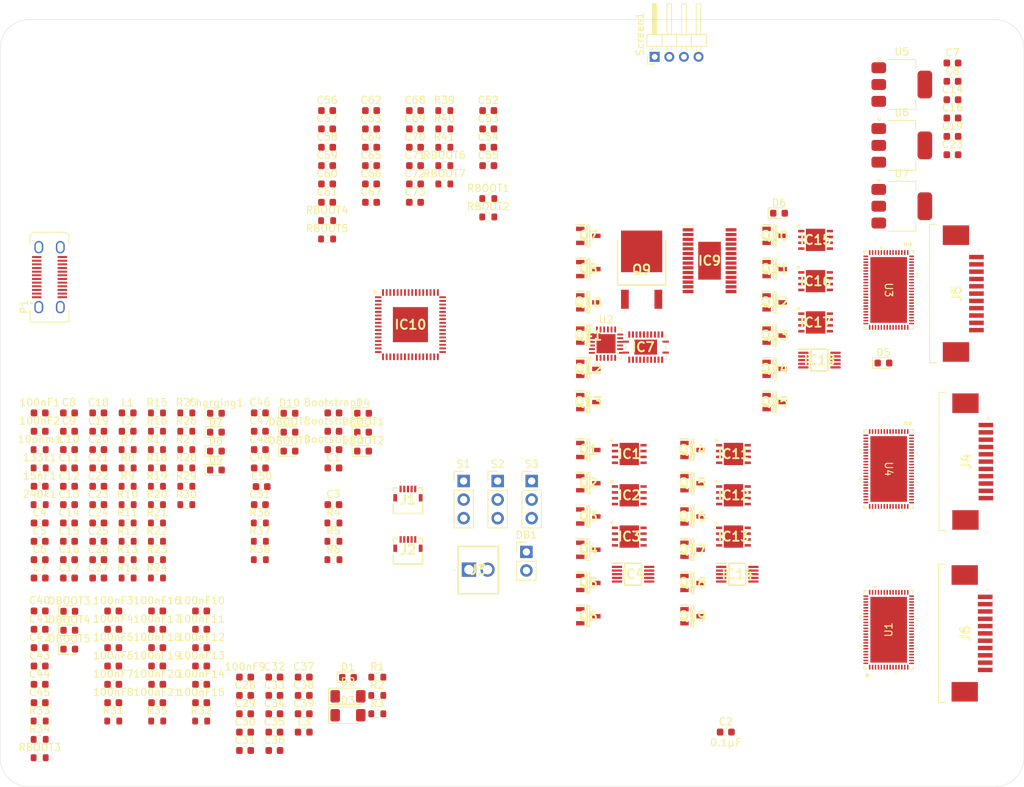
<source format=kicad_pcb>
(kicad_pcb (version 20240108) (generator "pcbnew") (generator_version "8.0")
  (layers (0 "F.Cu" signal) (31 "B.Cu" signal) (34 "B.Paste" user) (35 "F.Paste" user) (36 "B.SilkS" user "B.Silkscreen") (37 "F.SilkS" user "F.Silkscreen") (38 "B.Mask" user) (39 "F.Mask" user) (44 "Edge.Cuts" user))
  (net 0 "")
  (net 32 "Net-(U5-VI)")
  (net 33 "Net-(U7-VI)")
  (net 38 "Net-(U6-VI)")
  (net 39 "GND")
  (net 40 "+3.3V")
  (net 41 "Net-(D1-K)")
  (net 42 "/voltageregulators/BATTIN")
  (net 43 "/driverIC/PWM_VX2_H")
  (net 44 "SPI_SCK")
  (net 45 "+2V5")
  (net 46 "/driverIC/GPIO3")
  (net 47 "/driverIC/HALL_V")
  (net 48 "/driverIC/ENI")
  (net 49 "/driverIC/PWM_W1_H")
  (net 50 "/driverIC/GPIO4")
  (net 51 "/driverIC/PWM_VX2_L")
  (net 52 "/driverIC/PWM_W1_L")
  (net 53 "/driverIC/PWM_UX1_H")
  (net 54 "SPI_MISO")
  (net 55 "/driverIC/GPIO7")
  (net 56 "/driverIC/ADC_I1_POS")
  (net 57 "SPI_MOSI")
  (net 58 "/driverIC/HALL_WY")
  (net 59 "/driverIC/CLK")
  (net 60 "/driverIC/STATUS")
  (net 61 "/driverIC/HALL_UX")
  (net 62 "/driverIC/GPIO6")
  (net 63 "/driverIC/GPIO5")
  (net 64 "/driverIC/TMC_CS")
  (net 65 "/driverIC/ADC_I0_POS")
  (net 66 "+5VA")
  (net 67 "/driverIC/PWM_UX1_L")
  (net 70 "/IO/BAT_12V")
  (net 71 "Net-(IC10-PA30)")
  (net 73 "/IO/D+")
  (net 83 "Net-(IC10-PA31)")
  (net 94 "/driverIC1/STATUS")
  (net 107 "/driverIC1/HALL_UX")
  (net 109 "/driverIC1/GPIO3")
  (net 110 "/driverIC1/PWM_VX2_L")
  (net 113 "/driverIC1/PWM_VX2_H")
  (net 114 "/driverIC1/GPIO7")
  (net 117 "/driverIC1/TMC_CS")
  (net 119 "/driverIC1/PWM_W1_H")
  (net 120 "/driverIC1/ADC_I1_POS")
  (net 122 "/driverIC1/PWM_UX1_L")
  (net 124 "/driverIC1/HALL_V")
  (net 127 "/driverIC1/GPIO6")
  (net 128 "/driverIC1/GPIO5")
  (net 134 "/driverIC1/ADC_I0_POS")
  (net 135 "/IO/D-")
  (net 136 "/driverIC1/HALL_WY")
  (net 138 "/driverIC1/PWM_W1_L")
  (net 139 "/IO/OLED_SCL")
  (net 142 "/driverIC1/GPIO4")
  (net 144 "/driverIC1/PWM_UX1_H")
  (net 149 "/driverIC2/HALL_V")
  (net 150 "/driverIC2/PWM_W1_L")
  (net 152 "/driverIC2/GPIO7")
  (net 156 "/driverIC2/GPIO5")
  (net 157 "/driverIC2/STATUS")
  (net 158 "/driverIC2/TMC_CS")
  (net 163 "/IO/OLED_SDA")
  (net 164 "/driverIC2/PWM_UX1_L")
  (net 165 "/driverIC2/PWM_VX2_H")
  (net 170 "/driverIC2/HALL_UX")
  (net 171 "/driverIC2/PWM_VX2_L")
  (net 174 "/driverIC2/PWM_UX1_H")
  (net 176 "/driverIC2/GPIO4")
  (net 177 "/driverIC2/HALL_WY")
  (net 180 "/driverIC/tmc_tx")
  (net 181 "/driverIC2/GPIO3")
  (net 191 "/driverIC2/ADC_I1_POS")
  (net 194 "/driverIC2/ADC_I0_POS")
  (net 198 "/driverIC2/PWM_W1_H")
  (net 199 "/driverIC2/GPIO6")
  (net 200 "Net-(D7-K)")
  (net 201 "Net-(IC9-VIN)")
  (net 202 "Net-(IC9-SS)")
  (net 203 "+2.5VA")
  (net 204 "Net-(IC9-EN{slash}UVLO)")
  (net 205 "Net-(D7-A)")
  (net 206 "Net-(IC1-HS)")
  (net 207 "Net-(D4-K)")
  (net 208 "Net-(IC2-HS)")
  (net 209 "Net-(DBOOT1-K)")
  (net 210 "Net-(DBOOT2-K)")
  (net 211 "Net-(IC3-HS)")
  (net 212 "+12V")
  (net 213 "Net-(C4-Pad1)")
  (net 214 "Net-(IC7-AVCC)")
  (net 215 "Net-(IC7-ACDRV)")
  (net 216 "Net-(IC7-TTC)")
  (net 217 "Net-(IC7-ACP)")
  (net 218 "/voltageregulators/IC4_vref")
  (net 219 "Net-(IC7-BTST)")
  (net 220 "Net-(IC7-SW_1)")
  (net 221 "Net-(IC7-REGN)")
  (net 222 "Net-(IC7-SRP)")
  (net 223 "Net-(IC8-GND)")
  (net 224 "Net-(C24-Pad2)")
  (net 225 "Net-(IC9-COMP)")
  (net 226 "Net-(IC9-SLOPE)")
  (net 227 "Net-(D6-K)")
  (net 228 "/voltageregulators/SW1")
  (net 229 "/voltageregulators/SW2")
  (net 230 "Net-(C47-Pad1)")
  (net 231 "Net-(IC10-VDDCORE)")
  (net 232 "Net-(D1-A)")
  (net 233 "Net-(IC11-HS)")
  (net 234 "Net-(DBOOT3-K)")
  (net 235 "Net-(DBOOT4-K)")
  (net 236 "Net-(IC12-HS)")
  (net 237 "Net-(DBOOT5-K)")
  (net 238 "Net-(IC13-HS)")
  (net 239 "Net-(IC15-HS)")
  (net 240 "Net-(D10-K)")
  (net 241 "Net-(DBOOT6-K)")
  (net 242 "Net-(IC16-HS)")
  (net 243 "Net-(DBOOT7-K)")
  (net 244 "Net-(IC17-HS)")
  (net 245 "Net-(Charging1-K)")
  (net 246 "Net-(Charging1-A)")
  (net 247 "Net-(D2-K)")
  (net 248 "Net-(D4-A)")
  (net 249 "Net-(D6-A)")
  (net 250 "Net-(D10-A)")
  (net 251 "Net-(DBOOT1-A)")
  (net 252 "Net-(DBOOT2-A)")
  (net 253 "Net-(DBOOT3-A)")
  (net 254 "Net-(DBOOT4-A)")
  (net 255 "Net-(DBOOT5-A)")
  (net 256 "Net-(DBOOT6-A)")
  (net 257 "Net-(DBOOT7-A)")
  (net 258 "Net-(IC10-VSW)")
  (net 259 "+5V")
  (net 262 "Net-(Q1-S)")
  (net 263 "Net-(IC4-IN+1)")
  (net 264 "Net-(IC4-IN+2)")
  (net 265 "Net-(Q3-S)")
  (net 266 "Net-(IC7-OVPSET)")
  (net 267 "Net-(Q7-G)")
  (net 268 "Net-(IC7-TS)")
  (net 269 "Net-(IC7-CMSRC)")
  (net 270 "Net-(IC7-ISET)")
  (net 271 "Net-(IC7-ACSET)")
  (net 272 "Net-(Q9-G)")
  (net 273 "Net-(IC7-~{BATDRV})")
  (net 274 "Net-(IC9-MODE)")
  (net 275 "Net-(IC9-RT)")
  (net 276 "Net-(IC9-FB)")
  (net 277 "Net-(IC9-VISNS)")
  (net 278 "Net-(IC9-PGOOD)")
  (net 279 "Net-(IC9-CSG)")
  (net 280 "Net-(Q14-S)")
  (net 281 "Net-(IC14-IN+1)")
  (net 282 "Net-(Q16-S)")
  (net 283 "Net-(IC14-IN+2)")
  (net 284 "Net-(IC18-IN+1)")
  (net 285 "Net-(Q20-S)")
  (net 286 "Net-(IC18-IN+2)")
  (net 287 "Net-(Q22-S)")
  (net 288 "/microcontrollers/ERROR_LED")
  (net 289 "/microcontrollers/PROCESS_LED")
  (net 290 "/driverIC/tmc_rx")
  (net 291 "/driverIC1/tmc_tx")
  (net 292 "/driverIC1/tmc_rx")
  (net 293 "/driverIC2/tmc_tx")
  (net 294 "/driverIC2/tmc_rx")
  (net 295 "/IO/RX")
  (net 296 "/IO/TX")
  (net 297 "Net-(IC1-HO)")
  (net 299 "Net-(IC1-LO)")
  (net 300 "Net-(IC2-LO)")
  (net 302 "Net-(IC2-HO)")
  (net 303 "Net-(IC3-LO)")
  (net 305 "Net-(IC3-HO)")
  (net 306 "Net-(IC4-IN-1)")
  (net 307 "Net-(IC4-IN-2)")
  (net 309 "/voltageregulators/HDRV1")
  (net 310 "/voltageregulators/LDRV2")
  (net 311 "Net-(IC9-CS)")
  (net 313 "/voltageregulators/LDRV1")
  (net 314 "/voltageregulators/HDRV2")
  (net 316 "/IO/SCL IMU2")
  (net 319 "/microcontrollers/ERR_LED")
  (net 320 "/IO/SDA IMU2")
  (net 322 "/IO/SERVO_1_SIGNAL")
  (net 324 "/IO/SDA IMU1")
  (net 326 "/IO/INT1 IMU1")
  (net 327 "/IO/SERVO_2_SIGNAL")
  (net 329 "/IO/INT1 IMU2")
  (net 340 "/IO/SCL IMU1")
  (net 342 "/microcontrollers/RESETN")
  (net 345 "/IO/SERVO_3_SIGNAL")
  (net 347 "Net-(IC11-LO)")
  (net 348 "Net-(IC11-HO)")
  (net 351 "Net-(IC12-LO)")
  (net 352 "Net-(IC12-HO)")
  (net 353 "Net-(IC13-HO)")
  (net 354 "Net-(IC13-LO)")
  (net 356 "Net-(IC14-IN-2)")
  (net 357 "Net-(IC14-IN-1)")
  (net 359 "Net-(IC15-HO)")
  (net 360 "Net-(IC15-LO)")
  (net 361 "Net-(IC16-LO)")
  (net 363 "Net-(IC16-HO)")
  (net 364 "Net-(IC17-LO)")
  (net 365 "Net-(IC17-HO)")
  (net 367 "Net-(IC18-IN-1)")
  (net 368 "Net-(IC18-IN-2)")
  (net 374 "/drivergates2/PHASE_V")
  (net 376 "/drivergates2/PHASE_W")
  (net 377 "/drivergates2/PHASE_U")
  (net 378 "/drivergates1/PHASE_W")
  (net 379 "/drivergates1/PHASE_V")
  (net 380 "/drivergates1/PHASE_U")
  (net 383 "/drivergates/PHASE_U")
  (net 384 "/drivergates/PHASE_V")
  (net 385 "/drivergates/PHASE_W")
  (net 388 "Net-(Q11-S)")
  (footprint "Capacitor_SMD:C_0603_1608Metric" (layer "F.Cu") (at 100.487501 127.44)
    (property "Reference" "100nF4")
    (property "Value" "C")
  )
  (footprint "Connector_USB:USB_C_Receptacle_JAE_DX07S024WJ3R400" (layer "F.Cu") (at 91.777501 79.25 90)
    (property "Reference" "P1")
    (property "Value" "USB_C_Plug_USB2.0")
  )
  (footprint "Package_TO_SOT_SMD:SOT-223-3_TabPin2" (layer "F.Cu") (at 208.322501 52.895)
    (property "Reference" "U5")
    (property "Value" "LD1117S25TR_SOT223")
  )
  (footprint "Resistor_SMD:R_0603_1608Metric" (layer "F.Cu") (at 102.457501 120.42)
    (property "Reference" "R14")
    (property "Value" "232kΩ")
  )
  (footprint "Package_DFN_QFN:QFN-24-1EP_4x4mm_P0.5mm_EP2.6x2.6mm" (layer "F.Cu") (at 167.877501 88.35)
    (property "Reference" "U2")
    (property "Value" "ATSAMD11D14A-M")
  )
  (footprint "Package_TO_SOT_SMD:SOT-223-3_TabPin2" (layer "F.Cu") (at 208.322501 69.545)
    (property "Reference" "U7")
    (property "Value" "LD1117S33TR_SOT223")
  )
  (footprint "Capacitor_SMD:C_0603_1608Metric" (layer "F.Cu") (at 129.732501 63.99)
    (property "Reference" "C59")
    (property "Value" "0.1µF")
  )
  (footprint "Capacitor_SMD:C_0603_1608Metric" (layer "F.Cu") (at 90.427501 132.46)
    (property "Reference" "C43")
    (property "Value" "100nF")
  )
  (footprint "Package_TO_SOT_SMD:SOT-223-3_TabPin2" (layer "F.Cu") (at 208.322501 61.22)
    (property "Reference" "U6")
    (property "Value" "LD1117S50TR_SOT223")
  )
  (footprint "Resistor_SMD:R_0603_1608Metric" (layer "F.Cu") (at 90.427501 139.99)
    (property "Reference" "R33")
    (property "Value" "1kΩ")
  )
  (footprint "Resistor_SMD:R_0603_1608Metric" (layer "F.Cu") (at 90.427501 105.36)
    (property "Reference" "133k1")
    (property "Value" "R")
  )
  (footprint "Diode_SMD:D_0603_1608Metric" (layer "F.Cu") (at 114.527501 105.64)
    (property "Reference" "D9")
    (property "Value" "LED")
  )
  (footprint "Diode_SMD:D_0603_1608Metric" (layer "F.Cu") (at 114.527501 103.05)
    (property "Reference" "D8")
    (property "Value" "LED")
  )
  (footprint "Capacitor_SMD:C_0603_1608Metric" (layer "F.Cu") (at 122.527501 144.02)
    (property "Reference" "C36")
    (property "Value" "100nF")
  )
  (footprint "Resistor_SMD:R_0603_1608Metric" (layer "F.Cu") (at 102.457501 105.36)
    (property "Reference" "R8")
    (property "Value" "1.5kΩ")
  )
  (footprint "Capacitor_SMD:C_0603_1608Metric" (layer "F.Cu") (at 90.427501 134.97)
    (property "Reference" "C44")
    (property "Value" "10µF")
  )
  (footprint "kuben_footprints:SOT96P240X115-3N" (layer "F.Cu") (at 165.452501 125.65)
    (property "Reference" "Q6")
    (property "Value" "DMN3042L-7" (hide yes))
  )
  (footprint "kuben_footprints:SOT96P240X115-3N" (layer "F.Cu") (at 179.702501 116.55)
    (property "Reference" "Q17")
    (property "Value" "DMN3042L-7" (hide yes))
  )
  (footprint "Capacitor_SMD:C_0603_1608Metric" (layer "F.Cu") (at 94.437501 107.87)
    (property "Reference" "C12")
    (property "Value" "1µF")
  )
  (footprint "Resistor_SMD:R_0603_1608Metric" (layer "F.Cu") (at 100.487501 139.99)
    (property "Reference" "R31")
    (property "Value" "2mΩ")
  )
  (footprint "Capacitor_SMD:C_0603_1608Metric" (layer "F.Cu") (at 98.447501 112.89)
    (property "Reference" "C24")
    (property "Value" "33nF")
  )
  (footprint "Resistor_SMD:R_0603_1608Metric" (layer "F.Cu") (at 136.597501 136.49)
    (property "Reference" "R2")
    (property "Value" "0.01Ω")
  )
  (footprint "Capacitor_SMD:C_0603_1608Metric" (layer "F.Cu") (at 118.517501 136.49)
    (property "Reference" "C28")
    (property "Value" "270µF")
  )
  (footprint "Capacitor_SMD:C_0603_1608Metric" (layer "F.Cu") (at 215.252501 52.46)
    (property "Reference" "C8")
    (property "Value" "10uF")
  )
  (footprint "Capacitor_SMD:C_0603_1608Metric" (layer "F.Cu") (at 135.742501 61.48)
    (property "Reference" "C64")
    (property "Value" "100nF")
  )
  (footprint "Capacitor_SMD:C_0603_1608Metric" (layer "F.Cu") (at 130.597501 102.85)
    (property "Reference" "Bootstrap3")
    (property "Value" "0.1µF")
  )
  (footprint "kuben_footprints:QFN76_10P5X6P5_TRI-L" (layer "F.Cu") (at 206.527501 81 -90)
    (property "Reference" "U3")
    (property "Value" "TMC4671-LA")
  )
  (footprint "Capacitor_SMD:C_0603_1608Metric" (layer "F.Cu") (at 106.497501 129.95)
    (property "Reference" "100nF18")
    (property "Value" "C")
  )
  (footprint "Capacitor_SMD:C_0603_1608Metric" (layer "F.Cu") (at 118.517501 141.51)
    (property "Reference" "C30")
    (property "Value" "100nF")
  )
  (footprint "Resistor_SMD:R_0603_1608Metric" (layer "F.Cu") (at 110.477501 97.83)
    (property "Reference" "R25")
    (property "Value" "280kΩ")
  )
  (footprint "Capacitor_SMD:C_0603_1608Metric" (layer "F.Cu") (at 94.437501 120.42)
    (property "Reference" "C17")
    (property "Value" "0.1µF")
  )
  (footprint "Capacitor_SMD:C_0603_1608Metric" (layer "F.Cu") (at 118.517501 144.02)
    (property "Reference" "C31")
    (property "Value" "100nF")
  )
  (footprint "Capacitor_SMD:C_0603_1608Metric" (layer "F.Cu") (at 141.752501 66.5)
    (property "Reference" "C72")
    (property "Value" "0.1µF")
  )
  (footprint "kuben_footprints:SOT96P240X115-3N" (layer "F.Cu") (at 165.452501 78.15)
    (property "Reference" "Q8")
    (property "Value" "DMN3042L-7" (hide yes))
  )
  (footprint "Capacitor_SMD:C_0603_1608Metric" (layer "F.Cu") (at 135.742501 58.97)
    (property "Reference" "C63")
    (property "Value" "100nF")
  )
  (footprint "Connector_PinHeader_2.54mm:PinHeader_1x03_P2.54mm_Vertical" (layer "F.Cu") (at 153.057501 107.15)
    (property "Reference" "S2")
    (property "Value" "~")
  )
  (footprint "Resistor_SMD:R_0603_1608Metric" (layer "F.Cu") (at 90.427501 142.5)
    (property "Reference" "R34")
    (property "Value" "1kΩ")
  )
  (footprint "Capacitor_SMD:C_0603_1608Metric" (layer "F.Cu") (at 129.732501 61.48)
    (property "Reference" "C58")
    (property "Value" "0.1µF")
  )
  (footprint "Capacitor_SMD:C_0603_1608Metric" (layer "F.Cu") (at 120.537501 105.36)
    (property "Reference" "C49")
    (property "Value" "100nF")
  )
  (footprint "Diode_SMD:D_0603_1608Metric" (layer "F.Cu") (at 114.527501 100.46)
    (property "Reference" "D7")
    (property "Value" "470mV 500mA")
  )
  (footprint "Capacitor_SMD:C_0603_1608Metric" (layer "F.Cu") (at 130.597501 97.83)
    (property "Reference" "Bootstrap1")
    (property "Value" "0.1µF")
  )
  (footprint "kuben_footprints:SOT96P240X115-3N" (layer "F.Cu") (at 165.452501 121.1)
    (property "Reference" "Q5")
    (property "Value" "DMN3042L-7" (hide yes))
  )
  (footprint "Diode_SMD:D_0603_1608Metric" (layer "F.Cu") (at 205.815001 91)
    (property "Reference" "D5")
    (property "Value" "LED")
  )
  (footprint "Inductor_SMD:L_0603_1608Metric" (layer "F.Cu") (at 126.537501 141.51)
    (property "Reference" "L3")
    (property "Value" "?H")
  )
  (footprint "Capacitor_SMD:C_0603_1608Metric" (layer "F.Cu") (at 98.447501 97.83)
    (property "Reference" "C18")
    (property "Value" "0.1µF")
  )
  (footprint "Resistor_SMD:R_0603_1608Metric" (layer "F.Cu") (at 136.597501 133.98)
    (property "Reference" "R1")
    (property "Value" "2.2Ω")
  )
  (footprint "kuben_footprints:SOT96P240X115-3N" (layer "F.Cu") (at 165.452501 96.35)
    (property "Reference" "Q13")
    (property "Value" "DMN3042L-7" (hide yes))
  )
  (footprint "Resistor_SMD:R_0603_1608Metric" (layer "F.Cu") (at 106.467501 102.85)
    (property "Reference" "R17")
    (property "Value" "32.4kΩ")
  )
  (footprint "kuben_footprints:SOT96P240X115-3N" (layer "F.Cu") (at 190.932501 82.7)
    (property "Reference" "Q22")
    (property "Value" "DMN3042L-7" (hide yes))
  )
  (footprint "Resistor_SMD:R_0603_1608Metric" (layer "F.Cu") (at 145.762501 63.99)
    (property "Reference" "RBOOT6")
    (property "Value" "2.2Ω")
  )
  (footprint "Capacitor_SMD:C_0603_1608Metric" (layer "F.Cu") (at 215.252501 62.5)
    (property "Reference" "C23")
    (property "Value" "10uF")
  )
  (footprint "kuben_footprints:SOT96P240X115-3N" (layer "F.Cu") (at 165.452501 87.25)
    (property "Reference" "Q11")
    (property "Value" "DMN3042L-7" (hide yes))
  )
  (footprint "Capacitor_SMD:C_0603_1608Metric" (layer "F.Cu") (at 98.447501 110.38)
    (property "Reference" "C23")
    (property "Value" "10µF")
  )
  (footprint "kuben_footprints:SOT96P240X115-3N" (layer "F.Cu") (at 190.932501 78.15)
    (property "Reference" "Q21")
    (property "Value" "DMN3042L-7" (hide yes))
  )
  (footprint "Connector_PinHeader_2.54mm:PinHeader_1x02_P2.54mm_Vertical" (layer "F.Cu") (at 156.987501 116.85)
    (property "Reference" "DB1")
    (property "Value" "Conn_01x02_Pin")
  )
  (footprint "Resistor_SMD:R_0603_1608Metric" (layer "F.Cu") (at 102.457501 110.38)
    (property "Reference" "R10")
    (property "Value" "5.23kΩ")
  )
  (footprint "Capacitor_SMD:C_0603_1608Metric" (layer "F.Cu") (at 90.427501 107.87)
    (property "Reference" "15nF1")
    (property "Value" "C")
  )
  (footprint "Capacitor_SMD:C_0603_1608Metric" (layer "F.Cu") (at 90.427501 117.91)
    (property "Reference" "C6")
    (property "Value" "10µF")
  )
  (footprint "Resistor_SMD:R_0603_1608Metric" (layer "F.Cu") (at 106.467501 112.89)
    (property "Reference" "R21")
    (property "Value" "240kΩ")
  )
  (footprint "Capacitor_SMD:C_0603_1608Metric" (layer "F.Cu") (at 184.252501 141.5)
    (property "Reference" "C2")
    (property "Value" "0.1µF")
  )
  (footprint "kuben_footprints:SOP50P490X110-10N" (layer "F.Cu") (at 171.577501 119.9)
    (property "Reference" "IC4")
    (property "Value" "INA2181A2IDGSR" (hide yes))
  )
  (footprint "Capacitor_SMD:C_0603_1608Metric" (layer "F.Cu") (at 118.517501 139)
    (property "Reference" "C29")
    (property "Value" "100nF")
  )
  (footprint "kuben_footprints:59453052110ECHLF" (layer "F.Cu") (at 140.787501 109.845)
    (property "Reference" "J1")
    (property "Value" "IMU1" (hide yes))
  )
  (footprint "Capacitor_SMD:C_0603_1608Metric" (layer "F.Cu") (at 141.752501 56.46)
    (property "Reference" "C68")
    (property "Value" "0.1µF")
  )
  (footprint "Resistor_SMD:R_0603_1608Metric" (layer "F.Cu") (at 130.597501 112.89)
    (property "Reference" "R4")
    (property "Value" "10Ω")
  )
  (footprint "Resistor_SMD:R_0603_1608Metric" (layer "F.Cu") (at 90.427501 110.38)
    (property "Reference" "240k1")
    (property "Value" "R")
  )
  (footprint "kuben_footprints:SOT96P240X115-3N" (layer "F.Cu") (at 165.452501 116.55)
    (property "Reference" "Q4")
    (property "Value" "DMN3042L-7" (hide yes))
  )
  (footprint "Capacitor_SMD:C_0603_1608Metric" (layer "F.Cu") (at 151.772501 63.99)
    (property "Reference" "C55")
    (property "Value" "100nF")
  )
  (footprint "Capacitor_SMD:C_0603_1608Metric" (layer "F.Cu") (at 215.252501 54.97)
    (property "Reference" "C14")
    (property "Value" "100nF")
  )
  (footprint "Diode_SMD:D_0603_1608Metric" (layer "F.Cu") (at 134.647501 103.05)
    (property "Reference" "DBOOT2")
    (property "Value" "D")
  )
  (footprint "Capacitor_SMD:C_0603_1608Metric" (layer "F.Cu") (at 98.447501 102.85)
    (property "Reference" "C20")
    (property "Value" "10µF")
  )
  (footprint "Capacitor_SMD:C_0603_1608Metric" (layer "F.Cu") (at 129.732501 66.5)
    (property "Reference" "C60")
    (property "Value" "0.1µF")
  )
  (footprint "Capacitor_SMD:C_0603_1608Metric" (layer "F.Cu") (at 100.487501 124.93)
    (property "Reference" "100nF3")
    (property "Value" "C")
  )
  (footprint "Capacitor_SMD:C_0603_1608Metric" (layer "F.Cu") (at 141.752501 58.97)
    (property "Reference" "C69")
    (property "Value" "0.1µF")
  )
  (footprint "Capacitor_SMD:C_0603_1608Metric" (layer "F.Cu") (at 120.537501 100.34)
    (property "Reference" "C47")
    (property "Value" "100nF")
  )
  (footprint "kuben_footprints:SOT96P240X115-3N" (layer "F.Cu") (at 190.932501 87.25)
    (property "Reference" "Q23")
    (property "Value" "DMN3042L-7" (hide yes))
  )
  (footprint "Resistor_SMD:R_0603_1608Metric" (layer "F.Cu") (at 136.597501 139)
    (property "Reference" "R3")
    (property "Value" "0.01Ω")
  )
  (footprint "Resistor_SMD:R_0603_1608Metric" (layer "F.Cu") (at 106.467501 100.34)
    (property "Reference" "R16")
    (property "Value" "100kΩ")
  )
  (footprint "kuben_footprints:SON80P400X400X80-9N" (layer "F.Cu") (at 196.532501 74.15)
    (property "Reference" "IC15")
    (property "Value" "LM5109BSDX_NOPB" (hide yes))
  )
  (footprint "kuben_footprints:QFN76_10P5X6P5_TRI-L" (layer "F.Cu") (at 206.527501 105.5 -90)
    (property "Reference" "U4")
    (property "Value" "TMC4671-LA")
  )
  (footprint "Resistor_SMD:R_0603_1608Metric" (layer "F.Cu") (at 145.762501 66.5)
    (property "Reference" "RBOOT7")
    (property "Value" "2.2Ω")
  )
  (footprint "kuben_footprints:SOT96P240X115-3N" (layer "F.Cu") (at 179.702501 107.45)
    (property "Reference" "Q15")
    (property "Value" "DMN3042L-7" (hide yes))
  )
  (footprint "Capacitor_SMD:C_0603_1608Metric" (layer "F.Cu") (at 94.437501 102.85)
    (property "Reference" "C10")
    (property "Value" "0.1µF")
  )
  (footprint "kuben_footprints:QFN76_10P5X6P5_TRI-L" (layer "F.Cu") (at 206.527501 127.5 90)
    (property "Reference" "U1")
    (property "Value" "TMC4671-LA")
  )
  (footprint "kuben_footprints:BQ24133RGYR" (layer "F.Cu") (at 173.302501 88.825)
    (property "Reference" "IC7")
    (property "Value" "BQ24133RGYR" (hide yes))
  )
  (footprint "Capacitor_SMD:C_0603_1608Metric" (layer "F.Cu") (at 100.487501 134.97)
    (property "Reference" "100nF7")
    (property "Value" "C")
  )
  (footprint "Capacitor_SMD:C_0603_1608Metric" (layer "F.Cu") (at 122.527501 139)
    (property "Reference" "C34")
    (property "Value" "100nF")
  )
  (footprint "Capacitor_SMD:C_0603_1608Metric" (layer "F.Cu") (at 151.772501 56.46)
    (property "Reference" "C52")
    (property "Value" "100nF")
  )
  (footprint "Capacitor_SMD:C_0603_1608Metric" (layer "F.Cu") (at 135.742501 66.5)
    (property "Reference" "C66")
    (property "Value" "100nF")
  )
  (footprint "Capacitor_SMD:C_0603_1608Metric" (layer "F.Cu") (at 122.527501 133.98)
    (property "Reference" "C32")
    (property "Value" "100nF")
  )
  (footprint "Inductor_SMD:L_0603_1608Metric" (layer "F.Cu") (at 102.457501 97.83)
    (property "Reference" "L1")
    (property "Value" "?H")
  )
  (footprint "Capacitor_SMD:C_0603_1608Metric" (layer "F.Cu") (at 130.597501 100.34)
    (property "Reference" "Bootstrap2")
    (property "Value" "0.1µF")
  )
  (footprint "kuben_footprints:SOP50P490X110-10N" (layer "F.Cu") (at 185.827501 119.9)
    (property "Reference" "IC14")
    (property "Value" "INA2181A2IDGSR" (hide yes))
  )
  (footprint "Resistor_SMD:R_0603_1608Metric" (layer "F.Cu") (at 106.467501 97.83)
    (property "Reference" "R15")
    (property "Value" "32.4kΩ")
  )
  (footprint "Diode_SMD:D_0603_1608Metric" (layer "F.Cu") (at 124.587501 103.05)
    (property "Reference" "DBOOT7")
    (property "Value" "D")
  )
  (footprint "Resistor_SMD:R_0603_1608Metric" (layer "F.Cu") (at 106.467501 120.42)
    (property "Reference" "R24")
    (property "Value" "23.2kΩ")
  )
  (footprint "Capacitor_SMD:C_0603_1608Metric" (layer "F.Cu") (at 112.507501 129.95)
    (property "Reference" "100nF12")
    (property "Value" "C")
  )
  (footprint "Resistor_SMD:R_0603_1608Metric" (layer "F.Cu") (at 110.477501 105.36)
    (property "Reference" "R28")
    (property "Value" "9.09kΩ")
  )
  (footprint "Capacitor_SMD:C_0603_1608Metric" (layer "F.Cu") (at 98.447501 117.91)
    (property "Reference" "C26")
    (property "Value" "15nF")
  )
  (footprint "Resistor_SMD:R_0603_1608Metric" (layer "F.Cu") (at 130.597501 117.91)
    (property "Reference" "R6")
    (property "Value" "1MΩ")
  )
  (footprint "Resistor_SMD:R_0603_1608Metric" (layer "F.Cu") (at 130.597501 115.4)
    (property "Reference" "R5")
    (property "Value" "2Ω")
  )
  (footprint "Capacitor_SMD:C_0603_1608Metric" (layer "F.Cu") (at 129.732501 56.46)
    (property "Reference" "C56")
    (property "Value" "0.1µF")
  )
  (footprint "Resistor_SMD:R_0603_1608Metric" (layer "F.Cu") (at 106.467501 107.87)
    (property "Reference" "R19")
    (property "Value" "10MΩ")
  )
  (footprint "Capacitor_SMD:C_0603_1608Metric" (layer "F.Cu") (at 98.447501 100.34)
    (property "Reference" "C19")
    (property "Value" "100nF")
  )
  (footprint "kuben_footprints:SON80P400X400X80-9N" (layer "F.Cu") (at 185.302501 114.75)
    (property "Reference" "IC13")
    (property "Value" "LM5109BSDX_NOPB" (hide yes))
  )
  (footprint "Diode_SMD:D_0603_1608Metric" (layer "F.Cu") (at 94.477501 130.15)
    (property "Reference" "DBOOT5")
    (property "Value" "D")
  )
  (footprint "Capacitor_SMD:C_0603_1608Metric" (layer "F.Cu") (at 122.527501 136.49)
    (property "Reference" "C33")
    (property "Value" "100nF")
  )
  (footprint "kuben_footprints:SOP50P490X110-10N" (layer "F.Cu") (at 197.057501 90.6)
    (property "Reference" "IC18")
    (property "Value" "INA2181A2IDGSR" (hide yes))
  )
  (footprint "Capacitor_SMD:C_0603_1608Metric" (layer "F.Cu") (at 98.447501 115.4)
    (property "Reference" "C25")
    (property "Value" "470pF")
  )
  (footprint "Diode_SMD:D_0603_1608Metric" (layer "F.Cu") (at 124.587501 100.46)
    (property "Reference" "DBOOT6")
    (property "Value" "D")
  )
  (footprint "kuben_footprints:SOT96P240X115-3N" (layer "F.Cu") (at 179.702501 102.9)
    (property "Reference" "Q14")
    (property "Value" "DMN3042L-7" (hide yes))
  )
  (footprint "kuben_footprints:DMPH6050SK313" (layer "F.Cu") (at 172.742501 78.253)
    (property "Reference" "Q9")
    (property "Value" "DMPH6050SK3-13" (hide yes))
  )
  (footprint "kuben_footprints:SOT96P240X115-3N" (layer "F.Cu") (at 165.452501 112)
    (property "Reference" "Q3")
    (property "Value" "DMN3042L-7" (hide yes))
  )
  (footprint "kuben_footprints:59453052110ECHLF" (layer "F.Cu") (at 140.787501 116.745)
    (property "Reference" "J2")
    (property "Value" "IMU2" (hide yes))
  )
  (footprint "Connector_PinHeader_2.54mm:PinHeader_1x03_P2.54mm_Vertical" (layer "F.Cu") (at 148.407501 107.15)
    (property "Reference" "S1")
    (property "Value" "~")
  )
  (footprint "Resistor_SMD:R_0603_1608Metric" (layer "F.Cu") (at 120.537501 115.4)
    (property "Reference" "R37")
    (property "Value" "0.01Ω")
  )
  (footprint "kuben_footprints:SOT96P240X115-3N" (layer "F.Cu") (at 179.702501 125.65)
    (property "Reference" "Q19")
    (property "Value" "DMN3042L-7" (hide yes))
  )
  (footprint "Resistor_SMD:R_0603_1608Metric" (layer "F.Cu") (at 102.457501 102.85)
    (property "Reference" "R7")
    (property "Value" "100kΩ")
  )
  (footprint "Resistor_SMD:R_0603_1608Metric" (layer "F.Cu") (at 110.477501 100.34)
    (property "Reference" "R26")
    (property "Value" "2kΩ")
  )
  (footprint "Resistor_SMD:R_0603_1608Metric" (layer "F.Cu") (at 151.772501 71.01)
    (property "Reference" "RBOOT2")
    (property "Value" "2.2Ω")
  )
  (footprint "Capacitor_SMD:C_0603_1608Metric" (layer "F.Cu") (at 126.537501 133.98)
    (property "Reference" "C37")
    (property "Value" "100nF")
  )
  (footprint "Capacitor_SMD:C_0603_1608Metric" (layer "F.Cu") (at 112.507501 124.93)
    (property "Reference" "100nF10")
    (property "Value" "C")
  )
  (footprint "kuben_footprints:SOT96P240X115-3N" (layer "F.Cu") (at 179.702501 112)
    (property "Reference" "Q16")
    (property "Value" "DMN3042L-7" (hide yes))
  )
  (footprint "Capacitor_SMD:C_0603_1608Metric" (layer "F.Cu") (at 94.437501 112.89)
    (property "Reference" "C14")
    (property "Value" "100nF")
  )
  (footprint "Capacitor_SMD:C_0603_1608Metric" (layer "F.Cu") (at 90.427501 129.95)
    (property "Reference" "C42")
    (property "Value" "10µF")
  )
  (footprint "Diode_SMD:D_0603_1608Metric" (layer "F.Cu") (at 134.647501 100.46)
    (property "Reference" "DBOOT1")
    (property "Value" "D")
  )
  (footprint "Resistor_SMD:R_0603_1608Metric" (layer "F.Cu") (at 106.467501 117.91)
    (property "Reference" "R23")
    (property "Value" "93.1kΩ")
  )
  (footprint "Capacitor_SMD:C_0603_1608Metric" (layer "F.Cu") (at 112.507501 134.97)
    (property "Reference" "100nF14")
    (property "Value" "C")
  )
  (footprint "Capacitor_SMD:C_0603_1608Metric" (layer "F.Cu") (at 120.782501 107.92)
    (property "Reference" "C50")
    (property "Value" "100nF")
  )
  (footprint "Capacitor_SMD:C_0603_1608Metric" (layer "F.Cu") (at 94.437501 115.4)
    (property "Reference" "C15")
    (property "Value" "1µF")
  )
  (footprint "Diode_SMD:D_MiniMELF" (layer "F.Cu") (at 132.587501 136.61)
    (property "Reference" "D2")
    (property "Value" "BZV55B2V4")
  )
  (footprint "Capacitor_SMD:C_0603_1608Metric" (layer "F.Cu") (at 120.537501 110.38)
    (property "Reference" "C51")
    (property "Value" "100nF")
  )
  (footprint "Connector_PinHeader_2.00mm:PinHeader_1x04_P2.00mm_Horizontal" (layer "F.Cu") (at 174.527501 49.1 90)
    (property "Reference" "Screen1")
    (property "Value" "Conn_01x04")
  )
  (footprint "Diode_SMD:D_0603_1608Metric" (layer "F.Cu") (at 134.647501 97.87)
    (property "Reference" "D4")
    (property "Value" "470mV 500mA")
  )
  (footprint "Capacitor_SMD:C_0603_1608Metric" (layer "F.Cu") (at 141.752501 63.99)
    (property "Reference" "C71")
    (property "Value" "0.1µF")
  )
  (footprint "Capacitor_SMD:C_0603_1608Metric" (layer "F.Cu") (at 90.427501 127.44)
    (property "Reference" "C41")
    (property "Value" "100nF")
  )
  (footprint "Diode_SMD:D_0603_1608Metric" (layer "F.Cu") (at 191.527501 70.5)
    (property "Reference" "D6")
    (property "Value" "385mV 500mA")
  )
  (footprint "Capacitor_SMD:C_0603_1608Metric" (layer "F.Cu") (at 130.597501 110.38)
    (property "Reference" "C3")
    (property "Value" "0.1µF")
  )
  (footprint "Resistor_SMD:R_0603_1608Metric" (layer "F.Cu") (at 102.457501 117.91)
    (property "Reference" "R13")
    (property "Value" "20mΩ")
  )
  (footprint "Resistor_SMD:R_0603_1608Metric" (layer "F.Cu") (at 106.497501 139.99)
    (property "Reference" "R35")
    (property "Value" "10kΩ")
  )
  (footprint "Resistor_SMD:R_0603_1608Metric" (layer "F.Cu") (at 110.477501 102.85)
    (property "Reference" "R27")
    (property "Value" "20kΩ")
  )
  (footprint "Resistor_SMD:R_0603_1608Metric" (layer "F.Cu") (at 102.457501 107.87)
    (property "Reference" "R9")
    (property "Value" "4.02kΩ")
  )
  (footprint "Capacitor_SMD:C_0603_1608Metric" (layer "F.Cu") (at 141.752501 69.01)
    (property "Reference" "C73")
    (property "Value" "0.1µF")
  )
  (footprint "Capacitor_SMD:C_0603_1608Metric" (layer "F.Cu") (at 90.427501 124.93)
    (property "Reference" "C40")
    (property "Value" "10µF")
  )
  (footprint "Diode_SMD:D_0603_1608Metric" (layer "F.Cu") (at 124.587501 97.87)
    (property "Reference" "D10")
    (property "Value" "D")
  )
  (footprint "Resistor_SMD:R_0603_1608Metric" (layer "F.Cu") (at 102.457501 115.4)
    (property "Reference" "R12")
    (property "Value" "4.02kΩ")
  )
  (footprint "Capacitor_SMD:C_0603_1608Metric" (layer "F.Cu") (at 94.437501 117.91)
    (property "Reference" "C16")
    (property "Value" "100nF")
  )
  (footprint "Connector_PinHeader_2.54mm:PinHeader_1x03_P2.54mm_Vertical" (layer "F.Cu") (at 157.707501 107.15)
    (property "Reference" "S3")
    (property "Value" "~")
  )
  (footprint "Resistor_SMD:R_0603_1608Metric" (layer "F.Cu") (at 129.732501 71.52)
    (property "Reference" "RBOOT4")
    (property "Value" "2.2Ω")
  )
  (footprint "Resistor_SMD:R_0603_1608Metric" (layer "F.Cu") (at 145.762501 61.48)
    (property "Reference" "R41")
    (property "Value" "0.01Ω")
  )
  (footprint "Capacitor_SMD:C_0603_1608Metric" (layer "F.Cu") (at 106.497501 134.97)
    (property "Reference" "100nF20")
    (property "Value" "C")
  )
  (footprint "Capacitor_SMD:C_0603_1608Metric" (layer "F.Cu") (at 112.507501 137.48)
    (property "Reference" "100nF15")
    (property "Value" "C")
  )
  (footprint "Capacitor_SMD:C_0603_1608Metric" (layer "F.Cu") (at 120.537501 97.83)
    (property "Reference" "C46")
    (property "Value" "10µF")
  )
  (footprint "kuben_footprints:SON80P400X400X80-9N" (layer "F.Cu") (at 171.052501 103.45)
    (property "Reference" "IC1")
    (property "Value" "LM5109BSDX_NOPB" (hide yes))
  )
  (footprint "kuben_footprints:SON80P400X400X80-9N" (layer "F.Cu") (at 196.532501 85.45)
    (property "Reference" "IC17")
    (property "Value" "LM5109BSDX_NOPB" (hide yes))
  )
  (footprint "Capacitor_SMD:C_0603_1608Metric" (layer "F.Cu") (at 151.772501 61.48)
    (property "Reference" "C54")
    (property "Value" "100nF")
  )
  (footprint "Capacitor_SMD:C_0603_1608Metric" (layer "F.Cu") (at 120.537501 102.85)
    (property "Reference" "C48")
    (property "Value" "4.7µF")
  )
  (footprint "Capacitor_SMD:C_0603_1608Metric" (layer "F.Cu") (at 135.742501 69.01)
    (property "Reference" "C67")
    (property "Value" "100nF")
  )
  (footprint "Resistor_SMD:R_0603_1608Metric" (layer "F.Cu") (at 120.537501 112.89)
    (property "Reference" "R36")
    (property "Value" "0.01Ω")
  )
  (footprint "Capacitor_SMD:C_0603_1608Metric" (layer "F.Cu") (at 215.252501 59.99)
    (property "Reference" "C19")
    (property "Value" "100nF")
  )
  (footprint "Resistor_SMD:R_0603_1608Metric" (layer "F.Cu") (at 145.762501 58.97)
    (property "Reference" "R40")
    (property "Value" "0.01Ω")
  )
  (footprint "Capacitor_SMD:C_0603_1608Metric" (layer "F.Cu") (at 106.497501 137.48)
    (property "Reference" "100nF21")
    (property "Value" "C")
  )
  (footprint "kuben_footprints:1849521" (layer "F.Cu") (at 214.827501 81.5 -90)
    (property "Reference" "J5")
    (property "Value" "1-84952-1" (hide yes))
  )
  (footprint "Capacitor_SMD:C_0603_1608Metric" (layer "F.Cu") (at 90.427501 97.83)
    (property "Reference" "100nF1")
    (property "Value" "C")
  )
  (footprint "Resistor_SMD:R_0603_1608Metric" (layer "F.Cu") (at 120.537501 117.91)
    (property "Reference" "R38")
    (property "Value" "10kΩ")
  )
  (footprint "kuben_footprints:1849521" (layer "F.Cu") (at 216.127501 104.49 -90)
    (property "Reference" "J4")
    (property "Value" "1-84952-1" (hide yes))
  )
  (footprint "Capacitor_SMD:C_0603_1608Metric" (layer "F.Cu") (at 215.252501 49.95)
    (property "Reference" "C7")
    (property "Value" "100nF")
  )
  (footprint "Capacitor_SMD:C_0603_1608Metric" (layer "F.Cu") (at 100.487501 137.48)
    (property "Reference" "100nF8")
    (property "Value" "C")
  )
  (footprint "Resistor_SMD:R_0603_1608Metric" (layer "F.Cu") (at 106.467501 115.4)
    (property "Reference" "R22")
    (property "Value" "133kΩ")
  )
  (footprint "Capacitor_SMD:C_0603_1608Metric" (layer "F.Cu") (at 130.597501 105.36)
    (property "Reference" "C1")
    (property "Value" "0.1µF")
  )
  (footprint "Diode_SMD:D_0603_1608Metric" (layer "F.Cu") (at 114.527501 97.87)
    (property "Reference" "Charging1")
    (property "Value" "LED")
  )
  (footprint "Capacitor_SMD:C_0603_1608Metric" (layer "F.Cu") (at 90.427501 100.34)
    (property "Reference" "100nF2")
    (property "Value" "C")
  )
  (footprint "kuben_footprints:SOT96P240X115-3N" (layer "F.Cu") (at 165.452501 82.7)
    (property "Reference" "Q10")
    (property "Value" "DMN3042L-7" (hide yes))
  )
  (footprint "Capacitor_SMD:C_0603_1608Metric" (layer "F.Cu") (at 122.527501 141.51)
    (property "Reference" "C35")
    (property "Value" "100nF")
  )
  (footprint "Capacitor_SMD:C_0603_1608Metric" (layer "F.Cu") (at 118.517501 133.98)
    (property "Reference" "100nF9")
    (property "Value" "C")
  )
  (footprint "Capacitor_SMD:C_0603_1608Metric" (layer "F.Cu") (at 112.507501 127.44)
    (property "Reference" "100nF11")
    (property "Value" "C")
  )
  (footprint "Resistor_SMD:R_0603_1608Metric" (layer "F.Cu") (at 106.467501 110.38)
    (property "Reference" "R20")
    (property "Value" "10Ω")
  )
  (footprint "Diode_SMD:D_0603_1608Metric" (layer "F.Cu") (at 94.477501 124.97)
    (property "Reference" "DBOOT3")
    (property "Value" "D")
  )
  (footprint "Capacitor_SMD:C_0603_1608Metric" (layer "F.Cu") (at 135.742501 63.99)
    (property "Reference" "C65")
    (property "Value" "100nF")
  )
  (footprint "kuben_footprints:SON80P400X400X80-9N" (layer "F.Cu") (at 185.302501 109.1)
    (property "Reference" "IC12")
    (property "Value" "LM5109BSDX_NOPB" (hide yes))
  )
  (footprint "kuben_footprints:SOT96P240X115-3N" (layer "F.Cu") (at 165.452501 107.45)
    (property "Reference" "Q2")
    (property "Value" "DMN3042L-7" (hide yes))
  )
  (footprint "Capacitor_SMD:C_0603_1608Metric" (layer "F.Cu") (at 90.427501 120.42)
    (property "Reference" "C7")
    (property "Value" "100nF")
  )
  (footprint "kuben_footprints:SON80P400X400X80-9N" (layer "F.Cu") (at 171.052501 114.75)
    (property "Reference" "IC3")
    (property "Value" "LM5109BSDX_NOPB" (hide yes))
  )
  (footprint "kuben_footprints:SOT96P240X115-3N" (layer "F.Cu") (at 165.452501 91.8)
    (property "Reference" "Q12")
    (property "Value" "DMN3042L-7" (hide yes))
  )
  (footprint "Resistor_SMD:R_0603_1608Metric" (layer "F.Cu") (at 110.477501 110.38)
    (property "Reference" "R30")
    (property "Value" "10kΩ")
  )
  (footprint "Capacitor_SMD:C_0603_1608Metric" (layer "F.Cu") (at 94.437501 97.83)
    (property "Reference" "C8")
    (property "Value" "100nF")
  )
  (footprint "kuben_footprints:VN02A1500000G" (layer "F.Cu") (at 149.132501 119.275)
    (property "Reference" "J3")
    (property "Value" "Screw_Terminal_01x02" (hide yes))
  )
  (footprint "Capacitor_SMD:C_0603_1608Metric" (layer "F.Cu") (at 94.437501 110.38)
    (property "Reference" "C13")
    (property "Value" "0.047µF")
  )
  (footprint "Capacitor_SMD:C_0603_1608Metric" (layer "F.Cu") (at 141.752501 61.48)
    (property "Reference" "C70")
    (property "Value" "0.1µF")
  )
  (footprint "kuben_footprints:SON80P400X400X80-9N" (layer "F.Cu") (at 171.052501 109.1)
    (property "Reference" "IC2")
    (property "Value" "LM5109BSDX_NOPB" (hide yes))
  )
  (footprint "kuben_footprints:QFN50P900X900X100-65N-D" (layer "F.Cu") (at 141.127501 85.75)
    (property "Reference" "IC10")
    (property "Value" "ATSAME53J18A-MF" (hide yes))
  )
  (footprint "Capacitor_SMD:C_0603_1608Metric" (layer "F.Cu") (at 100.487501 129.95)
    (property "Reference" "100nF5")
    (property "Value" "C")
  )
  (footprint "Capacitor_SMD:C_0603_1608Metric" (layer "F.Cu") (at 90.427501 137.48)
    (property "Reference" "C45")
    (property "Value" "100nF")
  )
  (footprint "Resistor_SMD:R_0603_1608Metric" (layer "F.Cu") (at 110.477501 107.87)
    (property "Reference" "R29")
    (property "Value" "1kΩ")
  )
  (footprint "Resistor_SMD:R_0603_1608Metric" (layer "F.Cu") (at 145.762501 56.46)
    (property "Reference" "R39")
    (property "Value" "2.2Ω")
  )
  (footprint "Capacitor_SMD:C_0603_1608Metric" (layer "F.Cu") (at 98.447501 107.87)
    (property "Reference" "C22")
    (property "Value" "10nF")
  )
  (footprint "Capacitor_SMD:C_0603_1608Metric" (layer "F.Cu") (at 94.437501 100.34)
    (property "Reference" "C9")
    (property "Value" "0.1µF")
  )
  (footprint "Resistor_SMD:R_0603_1608Metric" (layer "F.Cu") (at 90.427501 145.01)
    (property "Reference" "RBOOT3")
    (property "Value" "2.2Ω")
  )
  (footprint "Diode_SMD:D_0603_1608Metric" (layer "F.Cu") (at 94.477501 127.56)
    (property "Reference" "DBOOT4")
    (property "Value" "D")
  )
  (footprint "kuben_footprints:SON80P400X400X80-9N" (layer "F.Cu") (at 185.302501 103.45)
    (property "Reference" "IC11")
    (property "Value" "LM5109BSDX_NOPB" (hide yes))
  )
  (footprint "Resistor_SMD:R_0603_1608Metric" (layer "F.Cu") (at 90.427501 102.85)
    (property "Reference" "10ohm1")
    (property "Value" "R")
  )
  (footprint "Resistor_SMD:R_0603_1608Metric" (layer "F.Cu") (at 106.467501 105.36)
    (property "Reference" "R18")
    (property "Value" "1kΩ")
  )
  (footprint "Capacitor_SMD:C_0603_1608Metric" (layer "F.Cu") (at 135.742501 56.46)
    (property "Reference" "C62")
    (property "Value" "100nF")
  )
  (footprint "Inductor_SMD:L_0603_1608Metric" (layer "F.Cu") (at 102.457501 100.34)
    (property "Reference" "L2")
    (property "Value" "1µH 420µΩ")
  )
  (footprint "Capacitor_SMD:C_0603_1608Metric" (layer "F.Cu") (at 90.427501 115.4)
    (property "Reference" "C5")
    (property "Value" "?F")
  )
  (footprint "Capacitor_SMD:C_0603_1608Metric" (layer "F.Cu") (at 98.447501 120.42)
    (property "Reference" "C27")
    (property "Value" "220pF")
  )
  (footprint "Capacitor_SMD:C_0603_1608Metric" (layer "F.Cu") (at 106.497501 132.46)
    (property "Reference" "100nF19")
    (property "Value" "C")
  )
  (footprint "kuben_footprints:SOT96P240X115-3N" (layer "F.Cu") (at 165.452501 102.9)
    (property "Reference" "Q1")
    (property "Value" "DMN3042L-7" (hide yes))
  )
  (footprint "Capacitor_SMD:C_0603_1608Metric" (layer "F.Cu") (at 100.487501 132.46)
    (property "Reference" "100nF6")
    (property "Value" "C")
  )
  (footprint "Resistor_SMD:R_0603_1608Metric" (layer "F.Cu") (at 102.457501 112.89)
    (property "Reference" "R11")
    (property "Value" "30.1kΩ")
  )
  (footprint "kuben_footprints:SOT96P240X115-3N" (layer "F.Cu") (at 165.452501 73.6)
    (property "Reference" "Q7")
    (property "Value" "DMN3042L-7" (hide yes))
  )
  (footprint "Capacitor_SMD:C_0603_1608Metric" (layer "F.Cu") (at 106.497501 127.44)
    (property "Reference" "100nF17")
    (property "Value" "C")
  )
  (footprint "Resistor_SMD:R_0603_1608Metric" (layer "F.Cu") (at 129.732501 74.03)
    (property "Reference" "RBOOT5")
    (property "Value" "2.2Ω")
  )
  (footprint "Capacitor_SMD:C_0603_1608Metric" (layer "F.Cu") (at 215.252501 57.48)
    (property "Reference" "C16")
    (property "Value" "10uF")
  )
  (footprint "kuben_footprints:SOP65P640X120-29N" (layer "F.Cu") (at 182.032501 77)
    (property "Reference" "IC9")
    (property "Value" "LM5176PWPR" (hide yes))
  )
  (footprint "Resistor_SMD:R_0603_1608Metric" (layer "F.Cu") (at 151.772501 68.5)
    (property "Reference" "RBOOT1")
    (property "Value" "2.2Ω")
  )
  (footprint "Capacitor_SMD:C_0603_1608Metric" (layer "F.Cu") (at 129.732501 58.97)
    (property "Reference" "C57")
    (property "Value" "0.1µF")
  )
  (footprint "kuben_footprints:SON80P400X400X80-9N" (layer "F.Cu") (at 196.532501 79.8)
    (property "Reference" "IC16")
    (property "Value" "LM5109BSDX_NOPB" (hide yes))
  )
  (footprint "Capacitor_SMD:C_0603_1608Metric" (layer "F.Cu") (at 112.507501 132.46)
    (property "Reference" "100nF13")
    (property "Value" "C")
  )
  (footprint "Resistor_SMD:R_0603_1608Metric" (layer "F.Cu") (at 112.507501 139.99)
    (property "Reference" "R32")
    (property "Value" "10kΩ")
  )
  (footprint "Capacitor_SMD:C_0603_1608Metric" (layer "F.Cu") (at 151.772501 58.97)
    (property "Reference" "C53")
    (property "Value" "100nF")
  )
  (footprint "kuben_footprints:SOT96P240X115-3N" (layer "F.Cu") (at 190.932501 73.6)
    (property "Reference" "Q20")
    (property "Value" "DMN3042L-7" (hide yes))
  )
  (footprint "Diode_SMD:D_0603_1608Metric" (layer "F.Cu") (at 132.587501 134.02)
    (property "Reference" "D1")
    (property "Value" "D")
  )
  (footprint "kuben_footprints:SOT96P240X115-3N" (layer "F.Cu") (at 179.702501 121.1)
    (property "Reference" "Q18")
    (property "Value" "DMN3042L-7" (hide yes))
  )
  (footprint "Capacitor_SMD:C_0603_1608Metric" (layer "F.Cu") (at 90.427501 112.89)
    (property "Reference" "C4")
    (property "Value" "2.2µF")
  )
  (footprint "Capacitor_SMD:C_0603_1608Metric" (layer "F.Cu") (at 98.447501 105.36)
    (property "Reference" "C21")
    (property "Value" "10µF")
  )
  (footprint "Capacitor_SMD:C_0603_1608Metric" (layer "F.Cu") (at 126.537501 136.49)
    (property "Reference" "C38")
    (property "Value" "10µF")
  )
  (footprint "Capacitor_SMD:C_0603_1608Metric" (layer "F.Cu") (at 106.497501 124.93)
    (property "Reference" "100nF16")
    (property "Value" "C")
  )
  (footprint "kuben_footprints:SOT96P240X115-3N" (layer "F.Cu") (at 190.932501 96.35)
    (property "Reference" "Q25")
    (property "Value" "DMN3042L-7" (hide yes))
  )
  (footprint "kuben_footprints:SOT96P240X115-3N" (layer "F.Cu") (at 190.932501 91.8)
    (property "Reference" "Q24")
    (property "Value" "DMN3042L-7" (hide yes))
  )
  (footprint "Capacitor_SMD:C_0603_1608Metric" (layer "F.Cu") (at 94.437501 105.36)
    (property "Reference" "C11")
    (property "Value" "1µF")
  )
  (footprint "kuben_footprints:1849521" (layer "F.Cu") (at 216.027501 128 -90)
    (property "Reference" "J6")
    (property "Value" "1-84952-1" (hide yes))
  )
  (footprint "Capacitor_SMD:C_0603_1608Metric" (layer "F.Cu") (at 126.537501 139)
    (property "Reference" "C39")
    (property "Value" "100nF")
  )
  (footprint "Capacitor_SMD:C_0603_1608Metric" (layer "F.Cu") (at 129.732501 69.01)
    (property "Reference" "C61")
    (property "Value" "0.1µF")
  )
  (footprint "Diode_SMD:D_MiniMELF" (layer "F.Cu") (at 132.587501 139.2)
    (property "Reference" "D3")
    (property "Value" "BZV55B2V4")
  )
  (gr_line (start 85.027501 145) (end 85.027501 48) (stroke (width 0.05)) (layer "Edge.Cuts"))
  (gr_line (start 221.027501 149) (end 89.027501 149) (stroke (width 0.05)) (layer "Edge.Cuts"))
  (gr_line (start 89.027501 44) (end 221.027501 44) (stroke (width 0.05)) (layer "Edge.Cuts"))
  (gr_arc (start 221.027501 44) (mid 223.855927 45.171573) (end 225.027501 48) (stroke (width 0.05)) (layer "Edge.Cuts"))
  (gr_arc (start 225.027501 145) (mid 223.855928 147.828427) (end 221.027501 149) (stroke (width 0.05)) (layer "Edge.Cuts"))
  (gr_arc (start 85.027501 48) (mid 86.199074 45.171573) (end 89.027501 44) (stroke (width 0.05)) (layer "Edge.Cuts"))
  (gr_line (start 225.027501 48) (end 225.027501 145) (stroke (width 0.05)) (layer "Edge.Cuts"))
  (gr_arc (start 89.027501 149) (mid 86.199074 147.828427) (end 85.027501 145) (stroke (width 0.05)) (layer "Edge.Cuts"))
)
</source>
